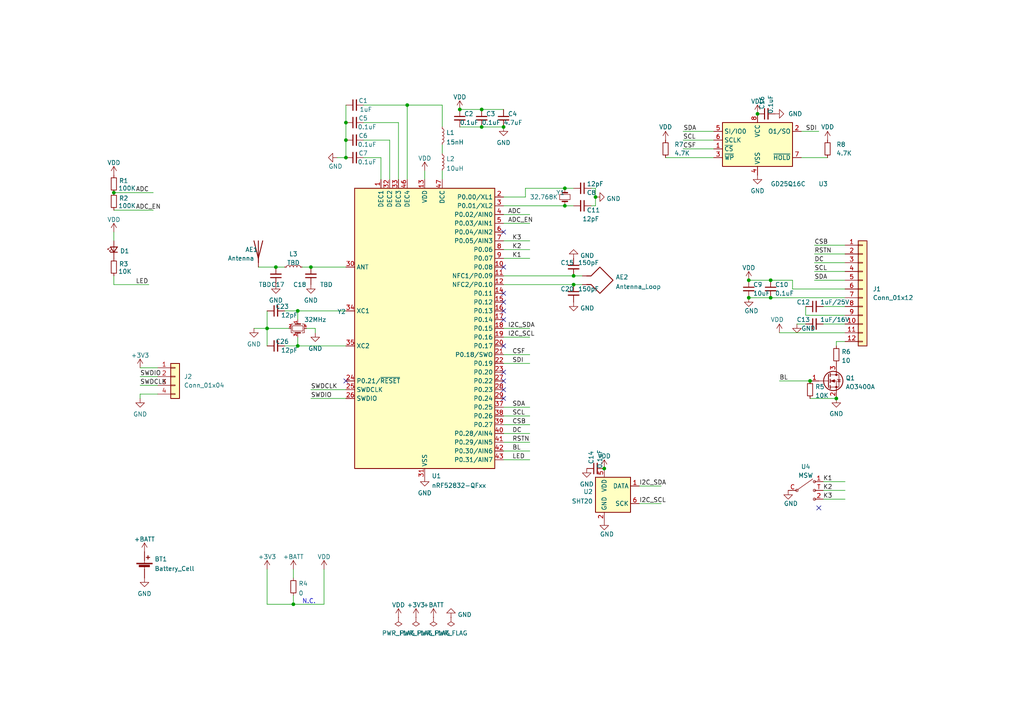
<source format=kicad_sch>
(kicad_sch (version 20211123) (generator eeschema)
  (paper "A4")
  (lib_symbols
    (symbol "Connector_Generic:Conn_01x04" (pin_names (offset 1.016) hide)
      (property "Reference" "J" (at 0 5.08 0))
      (property "Value" "Conn_01x04" (at 0 -7.62 0))
      (symbol "Conn_01x04_1_1"
        (rectangle (start -1.27 -4.953) (end 0 -5.207) (stroke (width 0.1524)))
        (rectangle (start -1.27 -2.413) (end 0 -2.667) (stroke (width 0.1524)))
        (rectangle (start -1.27 0.127) (end 0 -0.127) (stroke (width 0.1524)))
        (rectangle (start -1.27 2.667) (end 0 2.413) (stroke (width 0.1524)))
        (rectangle (start -1.27 3.81) (end 1.27 -6.35) (stroke (width 0.254)) (fill (type background)))
        (pin passive line (at -5.08 2.54 0) (length 3.81) (name "Pin_1") (number "1"))
        (pin passive line (at -5.08 0 0) (length 3.81) (name "Pin_2") (number "2"))
        (pin passive line (at -5.08 -2.54 0) (length 3.81) (name "Pin_3") (number "3"))
        (pin passive line (at -5.08 -5.08 0) (length 3.81) (name "Pin_4") (number "4"))
      )
    )
    (symbol "Connector_Generic:Conn_01x12" (pin_names (offset 1.016) hide)
      (property "Reference" "J" (at 0 15.24 0))
      (property "Value" "Conn_01x12" (at 0 -17.78 0))
      (symbol "Conn_01x12_1_1"
        (rectangle (start -1.27 -15.113) (end 0 -15.367) (stroke (width 0.1524)))
        (rectangle (start -1.27 -12.573) (end 0 -12.827) (stroke (width 0.1524)))
        (rectangle (start -1.27 -10.033) (end 0 -10.287) (stroke (width 0.1524)))
        (rectangle (start -1.27 -7.493) (end 0 -7.747) (stroke (width 0.1524)))
        (rectangle (start -1.27 -4.953) (end 0 -5.207) (stroke (width 0.1524)))
        (rectangle (start -1.27 -2.413) (end 0 -2.667) (stroke (width 0.1524)))
        (rectangle (start -1.27 0.127) (end 0 -0.127) (stroke (width 0.1524)))
        (rectangle (start -1.27 2.667) (end 0 2.413) (stroke (width 0.1524)))
        (rectangle (start -1.27 5.207) (end 0 4.953) (stroke (width 0.1524)))
        (rectangle (start -1.27 7.747) (end 0 7.493) (stroke (width 0.1524)))
        (rectangle (start -1.27 10.287) (end 0 10.033) (stroke (width 0.1524)))
        (rectangle (start -1.27 12.827) (end 0 12.573) (stroke (width 0.1524)))
        (rectangle (start -1.27 13.97) (end 1.27 -16.51) (stroke (width 0.254)) (fill (type background)))
        (pin passive line (at -5.08 12.7 0) (length 3.81) (name "Pin_1") (number "1"))
        (pin passive line (at -5.08 -10.16 0) (length 3.81) (name "Pin_10") (number "10"))
        (pin passive line (at -5.08 -12.7 0) (length 3.81) (name "Pin_11") (number "11"))
        (pin passive line (at -5.08 -15.24 0) (length 3.81) (name "Pin_12") (number "12"))
        (pin passive line (at -5.08 10.16 0) (length 3.81) (name "Pin_2") (number "2"))
        (pin passive line (at -5.08 7.62 0) (length 3.81) (name "Pin_3") (number "3"))
        (pin passive line (at -5.08 5.08 0) (length 3.81) (name "Pin_4") (number "4"))
        (pin passive line (at -5.08 2.54 0) (length 3.81) (name "Pin_5") (number "5"))
        (pin passive line (at -5.08 0 0) (length 3.81) (name "Pin_6") (number "6"))
        (pin passive line (at -5.08 -2.54 0) (length 3.81) (name "Pin_7") (number "7"))
        (pin passive line (at -5.08 -5.08 0) (length 3.81) (name "Pin_8") (number "8"))
        (pin passive line (at -5.08 -7.62 0) (length 3.81) (name "Pin_9") (number "9"))
      )
    )
    (symbol "Device:Antenna" (pin_numbers hide) (pin_names (offset 1.016) hide)
      (property "Reference" "AE" (at -1.905 1.905 0))
      (property "Value" "Antenna" (at -1.905 0 0))
      (symbol "Antenna_0_1"
        (polyline (pts (xy 0 2.54) (xy 0 -3.81)) (stroke (width 0.254)))
        (polyline (pts (xy 1.27 2.54) (xy 0 -2.54) (xy -1.27 2.54)) (stroke (width 0.254)))
      )
      (symbol "Antenna_1_1"
        (pin input line (at 0 -5.08 90) (length 2.54) (name "A") (number "1"))
      )
    )
    (symbol "Device:Antenna_Loop" (pin_numbers hide) (pin_names (offset 1.016) hide)
      (property "Reference" "AE" (at 1.27 6.35 0))
      (property "Value" "Antenna_Loop" (at 1.27 5.08 0))
      (symbol "Antenna_Loop_0_1"
        (polyline (pts (xy 2.54 -3.81) (xy 2.54 -2.54) (xy 5.08 0) (xy 1.27 3.81) (xy -2.54 0) (xy 0 -2.54) (xy 0 -3.81)) (stroke (width 0.254)))
      )
      (symbol "Antenna_Loop_1_1"
        (pin input line (at 0 -5.08 90) (length 2.54) (name "~") (number "1"))
        (pin input line (at 2.54 -5.08 90) (length 2.54) (name "~") (number "2"))
      )
    )
    (symbol "Device:Battery_Cell" (pin_numbers hide) (pin_names (offset 0) hide)
      (property "Reference" "BT" (at 2.54 2.54 0))
      (property "Value" "Battery_Cell" (at 2.54 0 0))
      (symbol "Battery_Cell_0_1"
        (rectangle (start -2.286 1.778) (end 2.286 1.524) (fill (type outline)))
        (rectangle (start -1.5748 1.1938) (end 1.4732 0.6858) (fill (type outline)))
        (polyline (pts (xy 0 0.762) (xy 0 0)))
        (polyline (pts (xy 0 1.778) (xy 0 2.54)))
        (polyline (pts (xy 0.508 3.429) (xy 1.524 3.429)) (stroke (width 0.254)))
        (polyline (pts (xy 1.016 3.937) (xy 1.016 2.921)) (stroke (width 0.254)))
      )
      (symbol "Battery_Cell_1_1"
        (pin passive line (at 0 5.08 270) (length 2.54) (name "+") (number "1"))
        (pin passive line (at 0 -2.54 90) (length 2.54) (name "-") (number "2"))
      )
    )
    (symbol "Device:C_Small" (pin_numbers hide) (pin_names (offset 0.254) hide)
      (property "Reference" "C" (at 0.254 1.778 0))
      (property "Value" "C_Small" (at 0.254 -2.032 0))
      (symbol "C_Small_0_1"
        (polyline (pts (xy -1.524 -0.508) (xy 1.524 -0.508)) (stroke (width 0.3302)))
        (polyline (pts (xy -1.524 0.508) (xy 1.524 0.508)) (stroke (width 0.3048)))
      )
      (symbol "C_Small_1_1"
        (pin passive line (at 0 2.54 270) (length 2.032) (name "~") (number "1"))
        (pin passive line (at 0 -2.54 90) (length 2.032) (name "~") (number "2"))
      )
    )
    (symbol "Device:Crystal_GND24_Small" (pin_names (offset 1.016) hide)
      (property "Reference" "Y" (at 1.27 4.445 0))
      (property "Value" "Crystal_GND24_Small" (at 1.27 2.54 0))
      (symbol "Crystal_GND24_Small_0_1"
        (rectangle (start -0.762 -1.524) (end 0.762 1.524))
        (polyline (pts (xy -1.27 -0.762) (xy -1.27 0.762)) (stroke (width 0.381)))
        (polyline (pts (xy 1.27 -0.762) (xy 1.27 0.762)) (stroke (width 0.381)))
        (polyline (pts (xy -1.27 -1.27) (xy -1.27 -1.905) (xy 1.27 -1.905) (xy 1.27 -1.27)))
        (polyline (pts (xy -1.27 1.27) (xy -1.27 1.905) (xy 1.27 1.905) (xy 1.27 1.27)))
      )
      (symbol "Crystal_GND24_Small_1_1"
        (pin passive line (at -2.54 0 0) (length 1.27) (name "1") (number "1"))
        (pin passive line (at 0 -2.54 90) (length 0.635) (name "2") (number "2"))
        (pin passive line (at 2.54 0 180) (length 1.27) (name "3") (number "3"))
        (pin passive line (at 0 2.54 270) (length 0.635) (name "4") (number "4"))
      )
    )
    (symbol "Device:Crystal_Small" (pin_numbers hide) (pin_names (offset 1.016) hide)
      (property "Reference" "Y" (at 0 2.54 0))
      (property "Value" "Crystal_Small" (at 0 -2.54 0))
      (symbol "Crystal_Small_0_1"
        (rectangle (start -0.762 -1.524) (end 0.762 1.524))
        (polyline (pts (xy -1.27 -0.762) (xy -1.27 0.762)) (stroke (width 0.381)))
        (polyline (pts (xy 1.27 -0.762) (xy 1.27 0.762)) (stroke (width 0.381)))
      )
      (symbol "Crystal_Small_1_1"
        (pin passive line (at -2.54 0 0) (length 1.27) (name "1") (number "1"))
        (pin passive line (at 2.54 0 180) (length 1.27) (name "2") (number "2"))
      )
    )
    (symbol "Device:LED_Small" (pin_numbers hide) (pin_names (offset 0.254) hide)
      (property "Reference" "D" (at -1.27 3.175 0))
      (property "Value" "LED_Small" (at -4.445 -2.54 0))
      (symbol "LED_Small_0_1"
        (polyline (pts (xy -0.762 -1.016) (xy -0.762 1.016)) (stroke (width 0.254)))
        (polyline (pts (xy 1.016 0) (xy -0.762 0)))
        (polyline (pts (xy 0.762 -1.016) (xy -0.762 0) (xy 0.762 1.016) (xy 0.762 -1.016)) (stroke (width 0.254)))
        (polyline (pts (xy 0 0.762) (xy -0.508 1.27) (xy -0.254 1.27) (xy -0.508 1.27) (xy -0.508 1.016)))
        (polyline (pts (xy 0.508 1.27) (xy 0 1.778) (xy 0.254 1.778) (xy 0 1.778) (xy 0 1.524)))
      )
      (symbol "LED_Small_1_1"
        (pin passive line (at -2.54 0 0) (length 1.778) (name "K") (number "1"))
        (pin passive line (at 2.54 0 180) (length 1.778) (name "A") (number "2"))
      )
    )
    (symbol "Device:L_Small" (pin_numbers hide) (pin_names (offset 0.254) hide)
      (property "Reference" "L" (at 0.762 1.016 0))
      (property "Value" "L_Small" (at 0.762 -1.016 0))
      (symbol "L_Small_0_1"
        (arc (start 0 -2.032) (mid 0.508 -1.524) (end 0 -1.016))
        (arc (start 0 -1.016) (mid 0.508 -0.508) (end 0 0))
        (arc (start 0 0) (mid 0.508 0.508) (end 0 1.016))
        (arc (start 0 1.016) (mid 0.508 1.524) (end 0 2.032))
      )
      (symbol "L_Small_1_1"
        (pin passive line (at 0 2.54 270) (length 0.508) (name "~") (number "1"))
        (pin passive line (at 0 -2.54 90) (length 0.508) (name "~") (number "2"))
      )
    )
    (symbol "Device:R_Small" (pin_numbers hide) (pin_names (offset 0.254) hide)
      (property "Reference" "R" (at 0.762 0.508 0))
      (property "Value" "R_Small" (at 0.762 -1.016 0))
      (symbol "R_Small_0_1"
        (rectangle (start -0.762 1.778) (end 0.762 -1.778) (stroke (width 0.2032)))
      )
      (symbol "R_Small_1_1"
        (pin passive line (at 0 2.54 270) (length 0.762) (name "~") (number "1"))
        (pin passive line (at 0 -2.54 90) (length 0.762) (name "~") (number "2"))
      )
    )
    (symbol "MCU_Nordic:nRF52832-QFxx"
      (property "Reference" "U" (at 0 1.27 0))
      (property "Value" "nRF52832-QFxx" (at 0 -1.27 0))
      (symbol "nRF52832-QFxx_0_1"
        (rectangle (start -20.32 40.64) (end 20.32 -40.64) (stroke (width 0.254)) (fill (type background)))
      )
      (symbol "nRF52832-QFxx_1_1"
        (pin passive line (at -12.7 43.18 270) (length 2.54) (name "DEC1") (number "1"))
        (pin bidirectional line (at 22.86 17.78 180) (length 2.54) (name "P0.08") (number "10"))
        (pin bidirectional line (at 22.86 15.24 180) (length 2.54) (name "NFC1/P0.09") (number "11"))
        (pin bidirectional line (at 22.86 12.7 180) (length 2.54) (name "NFC2/P0.10") (number "12"))
        (pin power_in line (at 0 43.18 270) (length 2.54) (name "VDD") (number "13"))
        (pin bidirectional line (at 22.86 10.16 180) (length 2.54) (name "P0.11") (number "14"))
        (pin bidirectional line (at 22.86 7.62 180) (length 2.54) (name "P0.12") (number "15"))
        (pin bidirectional line (at 22.86 5.08 180) (length 2.54) (name "P0.13") (number "16"))
        (pin bidirectional line (at 22.86 2.54 180) (length 2.54) (name "P0.14") (number "17"))
        (pin bidirectional line (at 22.86 0 180) (length 2.54) (name "P0.15") (number "18"))
        (pin bidirectional line (at 22.86 -2.54 180) (length 2.54) (name "P0.16") (number "19"))
        (pin bidirectional line (at 22.86 38.1 180) (length 2.54) (name "P0.00/XL1") (number "2"))
        (pin bidirectional line (at 22.86 -5.08 180) (length 2.54) (name "P0.17") (number "20"))
        (pin bidirectional line (at 22.86 -7.62 180) (length 2.54) (name "P0.18/SWO") (number "21"))
        (pin bidirectional line (at 22.86 -10.16 180) (length 2.54) (name "P0.19") (number "22"))
        (pin bidirectional line (at 22.86 -12.7 180) (length 2.54) (name "P0.20") (number "23"))
        (pin bidirectional line (at -22.86 -15.24 0) (length 2.54) (name "P0.21/~{RESET}") (number "24"))
        (pin input line (at -22.86 -17.78 0) (length 2.54) (name "SWDCLK") (number "25"))
        (pin bidirectional line (at -22.86 -20.32 0) (length 2.54) (name "SWDIO") (number "26"))
        (pin bidirectional line (at 22.86 -15.24 180) (length 2.54) (name "P0.22") (number "27"))
        (pin bidirectional line (at 22.86 -17.78 180) (length 2.54) (name "P0.23") (number "28"))
        (pin bidirectional line (at 22.86 -20.32 180) (length 2.54) (name "P0.24") (number "29"))
        (pin bidirectional line (at 22.86 35.56 180) (length 2.54) (name "P0.01/XL2") (number "3"))
        (pin passive line (at -22.86 17.78 0) (length 2.54) (name "ANT") (number "30"))
        (pin power_in line (at 0 -43.18 90) (length 2.54) (name "VSS") (number "31"))
        (pin passive line (at -10.16 43.18 270) (length 2.54) (name "DEC2") (number "32"))
        (pin passive line (at -7.62 43.18 270) (length 2.54) (name "DEC3") (number "33"))
        (pin input line (at -22.86 5.08 0) (length 2.54) (name "XC1") (number "34"))
        (pin input line (at -22.86 -5.08 0) (length 2.54) (name "XC2") (number "35"))
        (pin passive line (at 0 43.18 270) (length 2.54) hide (name "VDD") (number "36"))
        (pin bidirectional line (at 22.86 -22.86 180) (length 2.54) (name "P0.25") (number "37"))
        (pin bidirectional line (at 22.86 -25.4 180) (length 2.54) (name "P0.26") (number "38"))
        (pin bidirectional line (at 22.86 -27.94 180) (length 2.54) (name "P0.27") (number "39"))
        (pin bidirectional line (at 22.86 33.02 180) (length 2.54) (name "P0.02/AIN0") (number "4"))
        (pin bidirectional line (at 22.86 -30.48 180) (length 2.54) (name "P0.28/AIN4") (number "40"))
        (pin bidirectional line (at 22.86 -33.02 180) (length 2.54) (name "P0.29/AIN5") (number "41"))
        (pin bidirectional line (at 22.86 -35.56 180) (length 2.54) (name "P0.30/AIN6") (number "42"))
        (pin bidirectional line (at 22.86 -38.1 180) (length 2.54) (name "P0.31/AIN7") (number "43"))
        (pin no_connect line (at -20.32 -30.48 0) (length 2.54) hide (name "NC") (number "44"))
        (pin passive line (at 0 -43.18 90) (length 2.54) hide (name "VSS") (number "45"))
        (pin passive line (at -5.08 43.18 270) (length 2.54) (name "DEC4") (number "46"))
        (pin power_out line (at 5.08 43.18 270) (length 2.54) (name "DCC") (number "47"))
        (pin passive line (at 0 43.18 270) (length 2.54) hide (name "VDD") (number "48"))
        (pin passive line (at 0 -43.18 90) (length 2.54) hide (name "VSS") (number "49"))
        (pin bidirectional line (at 22.86 30.48 180) (length 2.54) (name "P0.03/AIN1") (number "5"))
        (pin bidirectional line (at 22.86 27.94 180) (length 2.54) (name "P0.04/AIN2") (number "6"))
        (pin bidirectional line (at 22.86 25.4 180) (length 2.54) (name "P0.05/AIN3") (number "7"))
        (pin bidirectional line (at 22.86 22.86 180) (length 2.54) (name "P0.06") (number "8"))
        (pin bidirectional line (at 22.86 20.32 180) (length 2.54) (name "P0.07") (number "9"))
      )
    )
    (symbol "Mylib:GD25Dxx"
      (property "Reference" "U3" (at 19.05 -10.16 0))
      (property "Value" "GD25Dxx" (at 8.89 -10.16 0))
      (symbol "GD25Dxx_1_1"
        (rectangle (start -10.16 7.62) (end 10.16 -5.08) (stroke (width 0.254)) (fill (type background)))
        (pin input line (at -12.7 0 0) (length 2.54) (name "~{CS}") (number "1"))
        (pin output line (at 12.7 5.08 180) (length 2.54) (name "O1/SO") (number "2"))
        (pin input line (at -12.7 -2.54 0) (length 2.54) (name "~{WP}") (number "3"))
        (pin power_in line (at 0 -7.62 90) (length 2.54) (name "VSS") (number "4"))
        (pin bidirectional line (at -12.7 5.08 0) (length 2.54) (name "SI/IO0") (number "5"))
        (pin input line (at -12.7 2.54 0) (length 2.54) (name "SCLK") (number "6"))
        (pin input line (at 12.7 -2.54 180) (length 2.54) (name "~{HOLD}") (number "7"))
        (pin power_in line (at 0 10.16 270) (length 2.54) (name "VCC") (number "8"))
      )
    )
    (symbol "Mylib:MSW" (pin_names (offset 1.016))
      (property "Reference" "U" (at -2.54 -5.08 0))
      (property "Value" "MSW" (at 1.27 -5.08 0))
      (symbol "MSW_0_1"
        (circle (center -1.27 1.27) (radius 0.3556))
        (polyline (pts (xy -1.016 1.524) (xy 3.302 4.572)))
        (circle (center 3.81 -1.27) (radius 0.3556))
        (circle (center 3.81 1.27) (radius 0.3556))
        (circle (center 3.81 3.81) (radius 0.3556))
      )
      (symbol "MSW_1_1"
        (pin output line (at 6.35 3.81 180) (length 2.54) (name "~") (number "1"))
        (pin output line (at 6.35 -1.27 180) (length 2.54) (name "~") (number "2"))
        (pin passive line (at 5.08 -3.81 180) (length 2.54) hide (name "~") (number "5"))
        (pin passive line (at 5.08 -3.81 180) (length 2.54) hide (name "~") (number "6"))
        (pin passive line (at 5.08 -3.81 180) (length 2.54) hide (name "~") (number "7"))
        (pin passive line (at 5.08 -3.81 180) (length 2.54) hide (name "~") (number "8"))
        (pin input line (at -3.81 1.27 0) (length 2.54) (name "~") (number "C"))
        (pin output line (at 6.35 1.27 180) (length 2.54) (name "~") (number "T"))
      )
    )
    (symbol "Mylib:SHT20"
      (property "Reference" "U" (at 3.81 6.35 0))
      (property "Value" "SHT20" (at 2.54 -6.35 0))
      (symbol "SHT20_0_1"
        (rectangle (start -5.08 5.08) (end 5.08 -5.08) (stroke (width 0.254)) (fill (type background)))
      )
      (symbol "SHT20_1_1"
        (pin bidirectional line (at 7.62 2.54 180) (length 2.54) (name "DATA") (number "1"))
        (pin power_in line (at -2.54 -7.62 90) (length 2.54) (name "GND") (number "2"))
        (pin no_connect line (at -7.62 0 0) (length 2.54) hide (name "NC") (number "3"))
        (pin no_connect line (at -7.62 0 0) (length 2.54) hide (name "NC") (number "4"))
        (pin power_in line (at -2.54 7.62 270) (length 2.54) (name "VDD") (number "5"))
        (pin bidirectional line (at 7.62 -2.54 180) (length 2.54) (name "SCK") (number "6"))
      )
    )
    (symbol "Transistor_FET:AO3400A" (pin_names hide)
      (property "Reference" "Q" (at 5.08 1.905 0))
      (property "Value" "AO3400A" (at 5.08 0 0))
      (symbol "AO3400A_0_1"
        (polyline (pts (xy 0.254 0) (xy -2.54 0)))
        (polyline (pts (xy 0.254 1.905) (xy 0.254 -1.905)) (stroke (width 0.254)))
        (polyline (pts (xy 0.762 -1.27) (xy 0.762 -2.286)) (stroke (width 0.254)))
        (polyline (pts (xy 0.762 0.508) (xy 0.762 -0.508)) (stroke (width 0.254)))
        (polyline (pts (xy 0.762 2.286) (xy 0.762 1.27)) (stroke (width 0.254)))
        (polyline (pts (xy 2.54 2.54) (xy 2.54 1.778)))
        (polyline (pts (xy 2.54 -2.54) (xy 2.54 0) (xy 0.762 0)))
        (polyline (pts (xy 0.762 -1.778) (xy 3.302 -1.778) (xy 3.302 1.778) (xy 0.762 1.778)))
        (polyline (pts (xy 1.016 0) (xy 2.032 0.381) (xy 2.032 -0.381) (xy 1.016 0)) (fill (type outline)))
        (polyline (pts (xy 2.794 0.508) (xy 2.921 0.381) (xy 3.683 0.381) (xy 3.81 0.254)))
        (polyline (pts (xy 3.302 0.381) (xy 2.921 -0.254) (xy 3.683 -0.254) (xy 3.302 0.381)))
        (circle (center 1.651 0) (radius 2.794) (stroke (width 0.254)))
        (circle (center 2.54 -1.778) (radius 0.254) (fill (type outline)))
        (circle (center 2.54 1.778) (radius 0.254) (fill (type outline)))
      )
      (symbol "AO3400A_1_1"
        (pin input line (at -5.08 0 0) (length 2.54) (name "G") (number "1"))
        (pin passive line (at 2.54 -5.08 90) (length 2.54) (name "S") (number "2"))
        (pin passive line (at 2.54 5.08 270) (length 2.54) (name "D") (number "3"))
      )
    )
    (symbol "power:+3.3V" (power) (pin_names (offset 0))
      (property "Value" "+3.3V" (at 0 3.556 0))
      (symbol "+3.3V_0_1"
        (polyline (pts (xy -0.762 1.27) (xy 0 2.54)))
        (polyline (pts (xy 0 0) (xy 0 2.54)))
        (polyline (pts (xy 0 2.54) (xy 0.762 1.27)))
      )
      (symbol "+3.3V_1_1"
        (pin power_in line (at 0 0 90) (length 0) hide (name "+3V3") (number "1"))
      )
    )
    (symbol "power:+BATT" (power) (pin_names (offset 0))
      (property "Value" "+BATT" (at 0 3.556 0))
      (symbol "+BATT_0_1"
        (polyline (pts (xy -0.762 1.27) (xy 0 2.54)))
        (polyline (pts (xy 0 0) (xy 0 2.54)))
        (polyline (pts (xy 0 2.54) (xy 0.762 1.27)))
      )
      (symbol "+BATT_1_1"
        (pin power_in line (at 0 0 90) (length 0) hide (name "+BATT") (number "1"))
      )
    )
    (symbol "power:GND" (power) (pin_names (offset 0))
      (property "Value" "GND" (at 0 -3.81 0))
      (symbol "GND_0_1"
        (polyline (pts (xy 0 0) (xy 0 -1.27) (xy 1.27 -1.27) (xy 0 -2.54) (xy -1.27 -1.27) (xy 0 -1.27)))
      )
      (symbol "GND_1_1"
        (pin power_in line (at 0 0 270) (length 0) hide (name "GND") (number "1"))
      )
    )
    (symbol "power:PWR_FLAG" (power) (pin_numbers hide) (pin_names (offset 0) hide)
      (property "Value" "PWR_FLAG" (at 0 3.81 0))
      (symbol "PWR_FLAG_0_0"
        (pin power_out line (at 0 0 90) (length 0) (name "pwr") (number "1"))
      )
      (symbol "PWR_FLAG_0_1"
        (polyline (pts (xy 0 0) (xy 0 1.27) (xy -1.016 1.905) (xy 0 2.54) (xy 1.016 1.905) (xy 0 1.27)))
      )
    )
    (symbol "power:VDD" (power) (pin_names (offset 0))
      (property "Value" "VDD" (at 0 3.81 0))
      (symbol "VDD_0_1"
        (polyline (pts (xy -0.762 1.27) (xy 0 2.54)))
        (polyline (pts (xy 0 0) (xy 0 2.54)))
        (polyline (pts (xy 0 2.54) (xy 0.762 1.27)))
      )
      (symbol "VDD_1_1"
        (pin power_in line (at 0 0 90) (length 0) hide (name "VDD") (number "1"))
      )
    )
  )
  (junction (at 146.05 36.83))
  (junction (at 166.37 80.01))
  (junction (at 85.09 175.26))
  (junction (at 86.36 100.33))
  (junction (at 139.7 36.83))
  (junction (at 100.33 35.56))
  (junction (at 139.7 31.75))
  (junction (at 166.37 82.55))
  (junction (at 100.33 40.64))
  (junction (at 163.83 59.69))
  (junction (at 163.83 54.61))
  (junction (at 217.17 86.36))
  (junction (at 90.17 77.47))
  (junction (at 172.72 57.15))
  (junction (at 223.52 86.36))
  (junction (at 86.36 90.17))
  (junction (at 234.95 110.49))
  (junction (at 133.35 31.75))
  (junction (at 118.11 30.48))
  (junction (at 80.01 77.47))
  (junction (at 217.17 81.28))
  (junction (at 223.52 81.28))
  (junction (at 219.71 33.02))
  (junction (at 100.33 45.72))
  (junction (at 242.57 115.57))
  (junction (at 175.26 135.89))
  (junction (at 77.47 95.25))
  (junction (at 33.02 55.88))
  (no_connect (at 146.05 100.33))
  (no_connect (at 146.05 115.57))
  (no_connect (at 237.49 147.32))
  (no_connect (at 146.05 67.31))
  (no_connect (at 146.05 77.47))
  (no_connect (at 146.05 85.09))
  (no_connect (at 146.05 107.95))
  (no_connect (at 146.05 113.03))
  (no_connect (at 146.05 87.63))
  (no_connect (at 146.05 90.17))
  (no_connect (at 146.05 92.71))
  (no_connect (at 146.05 110.49))
  (no_connect (at 100.33 110.49))
  (wire (pts (xy 233.68 93.98) (xy 231.14 93.98)))
  (wire (pts (xy 105.41 30.48) (xy 118.11 30.48)))
  (wire (pts (xy 139.7 31.75) (xy 146.05 31.75)))
  (wire (pts (xy 118.11 52.07) (xy 118.11 30.48)))
  (wire (pts (xy 85.09 165.1) (xy 85.09 167.64)))
  (wire (pts (xy 40.64 106.68) (xy 45.72 106.68)))
  (wire (pts (xy 133.35 31.75) (xy 139.7 31.75)))
  (wire (pts (xy 91.44 95.25) (xy 91.44 96.52)))
  (wire (pts (xy 238.76 144.78) (xy 245.11 144.78)))
  (wire (pts (xy 40.64 114.3) (xy 40.64 115.57)))
  (wire (pts (xy 217.17 86.36) (xy 223.52 86.36)))
  (wire (pts (xy 236.22 81.28) (xy 245.11 81.28)))
  (wire (pts (xy 193.04 45.72) (xy 207.01 45.72)))
  (wire (pts (xy 88.9 95.25) (xy 91.44 95.25)))
  (wire (pts (xy 33.02 55.88) (xy 44.45 55.88)))
  (wire (pts (xy 152.4 57.15) (xy 146.05 57.15)))
  (wire (pts (xy 146.05 133.35) (xy 153.67 133.35)))
  (wire (pts (xy 217.17 81.28) (xy 223.52 81.28)))
  (wire (pts (xy 33.02 67.31) (xy 33.02 69.85)))
  (wire (pts (xy 100.33 40.64) (xy 100.33 45.72)))
  (wire (pts (xy 77.47 175.26) (xy 85.09 175.26)))
  (wire (pts (xy 146.05 72.39) (xy 153.67 72.39)))
  (wire (pts (xy 146.05 130.81) (xy 153.67 130.81)))
  (wire (pts (xy 77.47 95.25) (xy 77.47 100.33)))
  (wire (pts (xy 40.64 114.3) (xy 45.72 114.3)))
  (wire (pts (xy 128.27 49.53) (xy 128.27 52.07)))
  (wire (pts (xy 238.76 142.24) (xy 245.11 142.24)))
  (wire (pts (xy 40.64 109.22) (xy 45.72 109.22)))
  (wire (pts (xy 110.49 52.07) (xy 110.49 45.72)))
  (wire (pts (xy 77.47 90.17) (xy 77.47 95.25)))
  (wire (pts (xy 77.47 165.1) (xy 77.47 175.26)))
  (wire (pts (xy 172.72 54.61) (xy 172.72 57.15)))
  (wire (pts (xy 234.95 115.57) (xy 242.57 115.57)))
  (wire (pts (xy 146.05 82.55) (xy 166.37 82.55)))
  (wire (pts (xy 139.7 36.83) (xy 133.35 36.83)))
  (wire (pts (xy 198.12 40.64) (xy 207.01 40.64)))
  (wire (pts (xy 73.66 95.25) (xy 77.47 95.25)))
  (wire (pts (xy 146.05 128.27) (xy 153.67 128.27)))
  (wire (pts (xy 33.02 60.96) (xy 44.45 60.96)))
  (wire (pts (xy 163.83 59.69) (xy 166.37 59.69)))
  (wire (pts (xy 146.05 62.23) (xy 153.67 62.23)))
  (wire (pts (xy 232.41 45.72) (xy 240.03 45.72)))
  (wire (pts (xy 146.05 97.79) (xy 153.67 97.79)))
  (wire (pts (xy 172.72 57.15) (xy 172.72 59.69)))
  (wire (pts (xy 236.22 76.2) (xy 245.11 76.2)))
  (wire (pts (xy 238.76 88.9) (xy 245.11 88.9)))
  (wire (pts (xy 226.06 110.49) (xy 234.95 110.49)))
  (wire (pts (xy 86.36 92.71) (xy 86.36 90.17)))
  (wire (pts (xy 40.64 111.76) (xy 45.72 111.76)))
  (wire (pts (xy 146.05 95.25) (xy 153.67 95.25)))
  (wire (pts (xy 118.11 30.48) (xy 128.27 30.48)))
  (wire (pts (xy 152.4 54.61) (xy 152.4 57.15)))
  (wire (pts (xy 82.55 90.17) (xy 86.36 90.17)))
  (wire (pts (xy 163.83 54.61) (xy 152.4 54.61)))
  (wire (pts (xy 146.05 105.41) (xy 153.67 105.41)))
  (wire (pts (xy 128.27 30.48) (xy 128.27 36.83)))
  (wire (pts (xy 90.17 77.47) (xy 100.33 77.47)))
  (wire (pts (xy 232.41 38.1) (xy 237.49 38.1)))
  (wire (pts (xy 90.17 115.57) (xy 100.33 115.57)))
  (wire (pts (xy 166.37 82.55) (xy 168.91 82.55)))
  (wire (pts (xy 171.45 54.61) (xy 172.72 54.61)))
  (wire (pts (xy 100.33 35.56) (xy 100.33 40.64)))
  (wire (pts (xy 97.79 45.72) (xy 100.33 45.72)))
  (wire (pts (xy 74.93 77.47) (xy 80.01 77.47)))
  (wire (pts (xy 238.76 139.7) (xy 245.11 139.7)))
  (wire (pts (xy 146.05 80.01) (xy 166.37 80.01)))
  (wire (pts (xy 100.33 100.33) (xy 86.36 100.33)))
  (wire (pts (xy 85.09 175.26) (xy 93.98 175.26)))
  (wire (pts (xy 146.05 123.19) (xy 153.67 123.19)))
  (wire (pts (xy 242.57 99.06) (xy 245.11 99.06)))
  (wire (pts (xy 223.52 81.28) (xy 229.87 81.28)))
  (wire (pts (xy 86.36 90.17) (xy 100.33 90.17)))
  (wire (pts (xy 163.83 54.61) (xy 166.37 54.61)))
  (wire (pts (xy 33.02 82.55) (xy 43.18 82.55)))
  (wire (pts (xy 198.12 43.18) (xy 207.01 43.18)))
  (wire (pts (xy 185.42 140.97) (xy 191.77 140.97)))
  (wire (pts (xy 233.68 88.9) (xy 233.68 91.44)))
  (wire (pts (xy 236.22 78.74) (xy 245.11 78.74)))
  (wire (pts (xy 146.05 118.11) (xy 153.67 118.11)))
  (wire (pts (xy 100.33 30.48) (xy 100.33 35.56)))
  (wire (pts (xy 146.05 69.85) (xy 153.67 69.85)))
  (wire (pts (xy 115.57 35.56) (xy 115.57 52.07)))
  (wire (pts (xy 105.41 45.72) (xy 110.49 45.72)))
  (wire (pts (xy 146.05 59.69) (xy 163.83 59.69)))
  (wire (pts (xy 105.41 35.56) (xy 115.57 35.56)))
  (wire (pts (xy 146.05 64.77) (xy 153.67 64.77)))
  (wire (pts (xy 146.05 36.83) (xy 139.7 36.83)))
  (wire (pts (xy 93.98 175.26) (xy 93.98 165.1)))
  (wire (pts (xy 128.27 41.91) (xy 128.27 44.45)))
  (wire (pts (xy 146.05 120.65) (xy 153.67 120.65)))
  (wire (pts (xy 166.37 80.01) (xy 168.91 80.01)))
  (wire (pts (xy 236.22 71.12) (xy 245.11 71.12)))
  (wire (pts (xy 77.47 95.25) (xy 83.82 95.25)))
  (wire (pts (xy 146.05 125.73) (xy 153.67 125.73)))
  (wire (pts (xy 229.87 81.28) (xy 229.87 83.82)))
  (wire (pts (xy 198.12 38.1) (xy 207.01 38.1)))
  (wire (pts (xy 172.72 59.69) (xy 171.45 59.69)))
  (wire (pts (xy 185.42 146.05) (xy 191.77 146.05)))
  (wire (pts (xy 90.17 113.03) (xy 100.33 113.03)))
  (wire (pts (xy 242.57 100.33) (xy 242.57 99.06)))
  (wire (pts (xy 236.22 73.66) (xy 245.11 73.66)))
  (wire (pts (xy 86.36 97.79) (xy 86.36 100.33)))
  (wire (pts (xy 85.09 172.72) (xy 85.09 175.26)))
  (wire (pts (xy 226.06 96.52) (xy 245.11 96.52)))
  (wire (pts (xy 113.03 40.64) (xy 105.41 40.64)))
  (wire (pts (xy 223.52 86.36) (xy 245.11 86.36)))
  (wire (pts (xy 245.11 83.82) (xy 229.87 83.82)))
  (wire (pts (xy 82.55 100.33) (xy 86.36 100.33)))
  (wire (pts (xy 238.76 93.98) (xy 245.11 93.98)))
  (wire (pts (xy 233.68 91.44) (xy 245.11 91.44)))
  (wire (pts (xy 123.19 49.53) (xy 123.19 52.07)))
  (wire (pts (xy 80.01 77.47) (xy 82.55 77.47)))
  (wire (pts (xy 113.03 52.07) (xy 113.03 40.64)))
  (wire (pts (xy 146.05 74.93) (xy 153.67 74.93)))
  (wire (pts (xy 33.02 80.01) (xy 33.02 82.55)))
  (wire (pts (xy 146.05 102.87) (xy 153.67 102.87)))
  (wire (pts (xy 87.63 77.47) (xy 90.17 77.47)))
  (text "N.C." (at 87.63 175.26 0) (effects (font (size 1.27 1.27)) (justify left bottom)))
  (label "K3" (at 148.59 69.85 0))
  (label "K1" (at 148.59 74.93 0))
  (label "DC" (at 148.59 125.73 0))
  (label "K2" (at 148.59 72.39 0))
  (label "SDI" (at 233.68 38.1 0))
  (label "SCL" (at 198.12 40.64 0))
  (label "SWDIO" (at 40.64 109.22 0))
  (label "BL" (at 226.06 110.49 0))
  (label "K1" (at 238.76 139.7 0))
  (label "K2" (at 238.76 142.24 0))
  (label "I2C_SCL" (at 147.32 97.79 0))
  (label "SDA" (at 198.2211 38.1 0))
  (label "LED" (at 39.37 82.55 0))
  (label "SWDCLK" (at 40.64 111.76 0))
  (label "I2C_SDA" (at 147.32 95.25 0))
  (label "LED" (at 148.59 133.35 0))
  (label "BL" (at 148.59 130.81 0))
  (label "RSTN" (at 148.59 128.27 0))
  (label "SDA" (at 148.59 118.11 0))
  (label "SWDIO" (at 90.17 115.57 0))
  (label "RSTN" (at 236.22 73.66 0))
  (label "I2C_SDA" (at 185.42 140.97 0))
  (label "SCL" (at 236.22 78.74 0))
  (label "SDA" (at 236.22 81.28 0))
  (label "CSB" (at 236.22 71.12 0))
  (label "DC" (at 236.22 76.2 0))
  (label "CSF" (at 148.59 102.87 0))
  (label "ADC" (at 39.37 55.88 0))
  (label "ADC_EN" (at 147.32 64.77 0))
  (label "I2C_SCL" (at 185.42 146.05 0))
  (label "SCL" (at 148.59 120.65 0))
  (label "CSB" (at 148.59 123.19 0))
  (label "ADC" (at 147.32 62.23 0))
  (label "SWDCLK" (at 90.17 113.03 0))
  (label "ADC_EN" (at 39.37 60.96 0))
  (label "SDI" (at 148.59 105.41 0))
  (label "K3" (at 238.76 144.78 0))
  (label "CSF" (at 198.12 43.18 0))
  (symbol (lib_id "power:VDD") (at 123.19 49.53 0) (unit 1)
    (property "Reference" "#PWR04" (effects hide))
    (property "Value" "VDD" (at 123.19 45.9255 0))
  )
  (symbol (lib_id "Device:C_Small") (at 102.87 45.72 90) (unit 1)
    (property "Reference" "C7" (at 106.68 44.45 90) (effects (justify left)))
    (property "Value" "0.1uF" (at 109.22 46.99 90) (effects (justify left)))
    (property "Footprint" "Capacitor_SMD:C_0402_1005Metric" (effects hide))
  )
  (symbol (lib_id "power:PWR_FLAG") (at 130.81 179.07 180) (unit 1)
    (property "Reference" "#FLG04" (effects hide))
    (property "Value" "PWR_FLAG" (at 130.81 183.6325 0))
  )
  (symbol (lib_id "Device:LED_Small") (at 33.02 72.39 90) (unit 1)
    (property "Reference" "D1" (at 34.798 72.8055 90) (effects (justify right)))
    (property "Value" "LED_Small" (effects hide))
    (property "Footprint" "LED_SMD:LED_0402_1005Metric" (effects hide))
  )
  (symbol (lib_id "Device:C_Small") (at 90.17 80.01 180) (unit 1)
    (property "Reference" "C18" (at 88.9 82.55 0) (effects (justify left)))
    (property "Value" "TBD" (at 96.52 82.55 0) (effects (justify left)))
    (property "Footprint" "Capacitor_SMD:C_0402_1005Metric" (effects hide))
  )
  (symbol (lib_id "Device:L_Small") (at 85.09 77.47 90) (unit 1)
    (property "Reference" "L3" (at 85.09 73.66 90))
    (property "Value" "TBD" (at 85.09 76.2 90))
    (property "Footprint" "Inductor_SMD:L_0402_1005Metric" (effects hide))
  )
  (symbol (lib_id "Device:C_Small") (at 102.87 35.56 90) (unit 1)
    (property "Reference" "C5" (at 106.68 34.29 90) (effects (justify left)))
    (property "Value" "0.1uF" (at 109.22 36.83 90) (effects (justify left)))
    (property "Footprint" "Capacitor_SMD:C_0402_1005Metric" (effects hide))
  )
  (symbol (lib_id "Device:C_Small") (at 236.22 93.98 90) (unit 1)
    (property "Reference" "C13" (at 234.95 92.71 90) (effects (justify left)))
    (property "Value" "1uF/16V" (at 246.38 92.71 90) (effects (justify left)))
    (property "Footprint" "Capacitor_SMD:C_0402_1005Metric" (effects hide))
  )
  (symbol (lib_id "Device:Crystal_GND24_Small") (at 86.36 95.25 270) (unit 1)
    (property "Reference" "Y2" (at 99.0789 90.3943 90))
    (property "Value" "32MHz" (at 91.44 92.71 90))
    (property "Footprint" "Crystal:Crystal_SMD_2016-4Pin_2.0x1.6mm" (effects hide))
  )
  (symbol (lib_id "Device:R_Small") (at 240.03 43.18 180) (unit 1)
    (property "Reference" "R8" (at 242.57 41.9099 0) (effects (justify right)))
    (property "Value" "4.7K" (at 242.57 44.4499 0) (effects (justify right)))
    (property "Footprint" "Resistor_SMD:R_0402_1005Metric" (effects hide))
  )
  (symbol (lib_id "power:GND") (at 130.81 179.07 180) (unit 1)
    (property "Reference" "#PWR040" (effects hide))
    (property "Value" "GND" (at 132.715 178.279 0) (effects (justify right)))
  )
  (symbol (lib_id "Transistor_FET:AO3400A") (at 240.03 110.49 0) (unit 1)
    (property "Reference" "Q1" (at 245.237 109.6553 0) (effects (justify left)))
    (property "Value" "AO3400A" (at 245.237 112.1922 0) (effects (justify left)))
    (property "Footprint" "Package_TO_SOT_SMD:SOT-23" (effects hide))
    (property "Datasheet" "http://www.aosmd.com/pdfs/datasheet/AO3400A.pdf" (effects hide))
  )
  (symbol (lib_id "Device:C_Small") (at 222.25 33.02 90) (unit 1)
    (property "Reference" "C16" (at 220.98 31.75 0) (effects (justify left)))
    (property "Value" "0.1uF" (at 223.52 33.02 0) (effects (justify left)))
    (property "Footprint" "Capacitor_SMD:C_0402_1005Metric" (effects hide))
  )
  (symbol (lib_id "Device:Battery_Cell") (at 41.91 165.1 0) (unit 1)
    (property "Reference" "BT1" (at 44.831 162.1595 0) (effects (justify left)))
    (property "Value" "Battery_Cell" (at 44.831 164.9346 0) (effects (justify left)))
    (property "Footprint" "MyLib:BAT-SMD_CR2032-3V" (effects hide))
  )
  (symbol (lib_id "Device:R_Small") (at 33.02 77.47 0) (unit 1)
    (property "Reference" "R3" (at 34.5186 76.5615 0) (effects (justify left)))
    (property "Value" "10K" (at 34.29 78.74 0) (effects (justify left)))
    (property "Footprint" "Resistor_SMD:R_0402_1005Metric" (effects hide))
  )
  (symbol (lib_id "power:+3.3V") (at 120.65 179.07 0) (unit 1)
    (property "Reference" "#PWR038" (effects hide))
    (property "Value" "+3.3V" (at 120.65 175.4655 0))
  )
  (symbol (lib_id "power:VDD") (at 133.35 31.75 0) (unit 1)
    (property "Reference" "#PWR01" (effects hide))
    (property "Value" "VDD" (at 133.35 28.1455 0))
  )
  (symbol (lib_id "Device:C_Small") (at 223.52 83.82 0) (unit 1)
    (property "Reference" "C10" (at 224.79 82.55 0) (effects (justify left)))
    (property "Value" "0.1uF" (at 224.79 85.09 0) (effects (justify left)))
    (property "Footprint" "Capacitor_SMD:C_0402_1005Metric" (effects hide))
  )
  (symbol (lib_id "Device:C_Small") (at 80.01 100.33 90) (unit 1)
    (property "Reference" "C26" (at 83.82 99.06 90) (effects (justify left)))
    (property "Value" "12pF" (at 86.36 101.6 90) (effects (justify left)))
    (property "Footprint" "Capacitor_SMD:C_0402_1005Metric" (effects hide))
  )
  (symbol (lib_id "power:VDD") (at 193.04 40.64 0) (unit 1)
    (property "Reference" "#PWR014" (effects hide))
    (property "Value" "VDD" (at 193.04 36.83 0))
  )
  (symbol (lib_id "Device:C_Small") (at 102.87 30.48 90) (unit 1)
    (property "Reference" "C1" (at 106.68 29.21 90) (effects (justify left)))
    (property "Value" "1uF" (at 107.95 31.75 90) (effects (justify left)))
    (property "Footprint" "Capacitor_SMD:C_0402_1005Metric" (effects hide))
  )
  (symbol (lib_id "Device:C_Small") (at 80.01 80.01 180) (unit 1)
    (property "Reference" "C17" (at 82.55 82.55 0) (effects (justify left)))
    (property "Value" "TBD" (at 78.74 82.55 0) (effects (justify left)))
    (property "Footprint" "Capacitor_SMD:C_0402_1005Metric" (effects hide))
  )
  (symbol (lib_id "Device:Antenna_Loop") (at 173.99 80.01 270) (unit 1)
    (property "Reference" "AE2" (at 178.562 80.3715 90) (effects (justify left)))
    (property "Value" "Antenna_Loop" (at 178.562 83.1466 90) (effects (justify left)))
    (property "Footprint" "MyLib:40x22MM_NFC_ANTENA" (effects hide))
  )
  (symbol (lib_id "Connector_Generic:Conn_01x04") (at 50.8 109.22 0) (unit 1)
    (property "Reference" "J2" (at 53.34 109.2199 0) (effects (justify left)))
    (property "Value" "Conn_01x04" (at 53.34 111.7599 0) (effects (justify left)))
    (property "Footprint" "MyLib:JST_GH_SM04B-GHS-TB_1x04-1MP_P1.25mm_Horizontal" (effects hide))
  )
  (symbol (lib_id "Device:L_Small") (at 128.27 46.99 0) (unit 1)
    (property "Reference" "L2" (at 129.413 46.0815 0) (effects (justify left)))
    (property "Value" "10uH" (at 129.413 48.8566 0) (effects (justify left)))
    (property "Footprint" "Inductor_SMD:L_0603_1608Metric" (effects hide))
  )
  (symbol (lib_id "Device:R_Small") (at 85.09 170.18 0) (unit 1)
    (property "Reference" "R4" (at 86.5886 169.2715 0) (effects (justify left)))
    (property "Value" "0" (at 86.5886 172.0466 0) (effects (justify left)))
    (property "Footprint" "Resistor_SMD:R_0402_1005Metric" (effects hide))
  )
  (symbol (lib_id "power:VDD") (at 115.57 179.07 0) (unit 1)
    (property "Reference" "#PWR037" (effects hide))
    (property "Value" "VDD" (at 115.57 175.4655 0))
  )
  (symbol (lib_id "power:GND") (at 170.18 135.89 0) (unit 1)
    (property "Reference" "#PWR0103" (effects hide))
    (property "Value" "GND" (at 170.18 140.4525 0))
  )
  (symbol (lib_id "power:+3.3V") (at 77.47 165.1 0) (unit 1)
    (property "Reference" "#PWR032" (effects hide))
    (property "Value" "+3.3V" (at 77.47 161.4955 0))
  )
  (symbol (lib_id "Device:R_Small") (at 33.02 53.34 0) (unit 1)
    (property "Reference" "R1" (at 34.5186 52.4315 0) (effects (justify left)))
    (property "Value" "100K" (at 34.29 54.61 0) (effects (justify left)))
    (property "Footprint" "Resistor_SMD:R_0402_1005Metric" (effects hide))
  )
  (symbol (lib_id "Device:C_Small") (at 168.91 54.61 270) (unit 1)
    (property "Reference" "C8" (at 170.18 55.88 90) (effects (justify left)))
    (property "Value" "12pF" (at 170.18 53.34 90) (effects (justify left)))
    (property "Footprint" "Capacitor_SMD:C_0402_1005Metric" (effects hide))
  )
  (symbol (lib_id "power:GND") (at 231.14 93.98 0) (unit 1)
    (property "Reference" "#PWR011" (effects hide))
    (property "Value" "GND" (at 232.41 95.25 0) (effects (justify left)))
  )
  (symbol (lib_id "power:PWR_FLAG") (at 115.57 179.07 180) (unit 1)
    (property "Reference" "#FLG01" (effects hide))
    (property "Value" "PWR_FLAG" (at 115.57 183.6325 0))
  )
  (symbol (lib_id "power:GND") (at 91.44 96.52 0) (unit 1)
    (property "Reference" "#PWR020" (effects hide))
    (property "Value" "GND" (at 91.44 101.0825 0))
  )
  (symbol (lib_id "power:GND") (at 41.91 167.64 0) (unit 1)
    (property "Reference" "#PWR036" (effects hide))
    (property "Value" "GND" (at 41.91 172.2025 0))
  )
  (symbol (lib_id "Device:Antenna") (at 74.93 72.39 0) (unit 1)
    (property "Reference" "AE1" (at 71.12 72.39 0) (effects (justify left)))
    (property "Value" "Antenna" (at 66.04 74.93 0) (effects (justify left)))
    (property "Footprint" "MyLib:AN2051" (effects hide))
  )
  (symbol (lib_id "power:GND") (at 146.05 36.83 0) (unit 1)
    (property "Reference" "#PWR02" (effects hide))
    (property "Value" "GND" (at 146.05 41.3925 0))
  )
  (symbol (lib_id "power:GND") (at 228.6 142.24 0) (unit 1)
    (property "Reference" "#PWR0101" (effects hide))
    (property "Value" "GND" (at 227.33 146.05 0) (effects (justify left)))
  )
  (symbol (lib_id "power:+BATT") (at 85.09 165.1 0) (unit 1)
    (property "Reference" "#PWR033" (effects hide))
    (property "Value" "+BATT" (at 85.09 161.4955 0))
  )
  (symbol (lib_id "Mylib:MSW") (at 232.41 143.51 0) (unit 1)
    (property "Reference" "U4" (at 233.68 135.3652 0))
    (property "Value" "MSW" (at 233.68 137.9021 0))
    (property "Footprint" "MyLib:MSW" (effects hide))
  )
  (symbol (lib_id "Connector_Generic:Conn_01x12") (at 250.19 83.82 0) (unit 1)
    (property "Reference" "J1" (at 253.1364 83.8199 0) (effects (justify left)))
    (property "Value" "Conn_01x12" (at 253.1364 86.3599 0) (effects (justify left)))
    (property "Footprint" "MyLib:FPC_12 0.8mm" (effects hide))
  )
  (symbol (lib_id "Device:R_Small") (at 33.02 58.42 0) (unit 1)
    (property "Reference" "R2" (at 34.5186 57.5115 0) (effects (justify left)))
    (property "Value" "100K" (at 34.29 59.69 0) (effects (justify left)))
    (property "Footprint" "Resistor_SMD:R_0402_1005Metric" (effects hide))
  )
  (symbol (lib_id "Device:C_Small") (at 172.72 135.89 90) (unit 1)
    (property "Reference" "C14" (at 171.45 134.62 0) (effects (justify left)))
    (property "Value" "0.1uF" (at 173.99 135.89 0) (effects (justify left)))
    (property "Footprint" "Capacitor_SMD:C_0402_1005Metric" (effects hide))
  )
  (symbol (lib_id "power:+BATT") (at 125.73 179.07 0) (unit 1)
    (property "Reference" "#PWR039" (effects hide))
    (property "Value" "+BATT" (at 125.73 175.4655 0))
  )
  (symbol (lib_id "power:GND") (at 80.01 82.55 0) (unit 1)
    (property "Reference" "#PWR015" (effects hide))
    (property "Value" "GND" (at 80.01 87.1125 0))
  )
  (symbol (lib_id "power:GND") (at 166.37 74.93 180) (unit 1)
    (property "Reference" "#PWR013" (effects hide))
    (property "Value" "GND" (at 168.275 74.139 0) (effects (justify right)))
  )
  (symbol (lib_id "Device:Crystal_Small") (at 163.83 57.15 90) (unit 1)
    (property "Reference" "Y1" (at 161.29 55.88 90) (effects (justify right)))
    (property "Value" "32.768K" (at 153.67 57.15 90) (effects (justify right)))
    (property "Footprint" "Crystal:Crystal_SMD_2012-2Pin_2.0x1.2mm" (effects hide))
  )
  (symbol (lib_id "Mylib:GD25Dxx") (at 219.71 43.18 0) (unit 1)
    (property "Reference" "U3" (at 238.76 53.34 0))
    (property "Value" "GD25Q16C" (at 228.6 53.34 0))
    (property "Footprint" "MyLib:USON-8_3x2mm_0.5pich" (effects hide))
    (property "Datasheet" "http://www.elm-tech.com/en/products/spi-flash-memory/gd25d10/gd25d10.pdf" (effects hide))
  )
  (symbol (lib_id "power:GND") (at 242.57 115.57 0) (unit 1)
    (property "Reference" "#PWR012" (effects hide))
    (property "Value" "GND" (at 242.57 120.0134 0))
  )
  (symbol (lib_id "Device:R_Small") (at 242.57 102.87 180) (unit 1)
    (property "Reference" "R6" (at 244.0686 102.0353 0) (effects (justify right)))
    (property "Value" "10" (at 244.0686 104.5722 0) (effects (justify right)))
    (property "Footprint" "Resistor_SMD:R_0402_1005Metric" (effects hide))
  )
  (symbol (lib_id "Device:C_Small") (at 236.22 88.9 90) (unit 1)
    (property "Reference" "C12" (at 234.95 87.63 90) (effects (justify left)))
    (property "Value" "1uF/25V" (at 246.38 87.63 90) (effects (justify left)))
    (property "Footprint" "Capacitor_SMD:C_0402_1005Metric" (effects hide))
  )
  (symbol (lib_id "Device:C_Small") (at 139.7 34.29 0) (unit 1)
    (property "Reference" "C3" (at 140.97 33.02 0) (effects (justify left)))
    (property "Value" "0.1uF" (at 139.7 35.56 0) (effects (justify left)))
    (property "Footprint" "Capacitor_SMD:C_0402_1005Metric" (effects hide))
  )
  (symbol (lib_id "power:+3.3V") (at 40.64 106.68 0) (unit 1)
    (property "Reference" "#PWR021" (effects hide))
    (property "Value" "+3.3V" (at 40.64 103.0755 0))
  )
  (symbol (lib_id "Device:C_Small") (at 217.17 83.82 0) (unit 1)
    (property "Reference" "C9" (at 218.44 82.55 0) (effects (justify left)))
    (property "Value" "10uF" (at 218.44 85.09 0) (effects (justify left)))
    (property "Footprint" "Capacitor_SMD:C_0402_1005Metric" (effects hide))
  )
  (symbol (lib_id "power:VDD") (at 219.71 33.02 0) (unit 1)
    (property "Reference" "#PWR017" (effects hide))
    (property "Value" "VDD" (at 219.71 29.4155 0))
  )
  (symbol (lib_id "power:VDD") (at 175.26 135.89 0) (unit 1)
    (property "Reference" "#PWR0102" (effects hide))
    (property "Value" "VDD" (at 175.26 132.2855 0))
  )
  (symbol (lib_id "power:GND") (at 97.79 45.72 270) (unit 1)
    (property "Reference" "#PWR03" (effects hide))
    (property "Value" "GND" (at 95.25 48.26 90) (effects (justify left)))
  )
  (symbol (lib_id "power:GND") (at 90.17 82.55 0) (unit 1)
    (property "Reference" "#PWR016" (effects hide))
    (property "Value" "GND" (at 90.17 87.1125 0))
  )
  (symbol (lib_id "Device:C_Small") (at 146.05 34.29 0) (unit 1)
    (property "Reference" "C4" (at 147.32 33.02 0) (effects (justify left)))
    (property "Value" "4.7uF" (at 146.05 35.56 0) (effects (justify left)))
    (property "Footprint" "Capacitor_SMD:C_0402_1005Metric" (effects hide))
  )
  (symbol (lib_id "Device:C_Small") (at 166.37 77.47 0) (unit 1)
    (property "Reference" "C15" (at 162.56 76.2 0) (effects (justify left)))
    (property "Value" "150pF" (at 167.64 76.2 0) (effects (justify left)))
    (property "Footprint" "Capacitor_SMD:C_0402_1005Metric" (effects hide))
  )
  (symbol (lib_id "Device:C_Small") (at 80.01 90.17 90) (unit 1)
    (property "Reference" "C23" (at 83.82 88.9 90) (effects (justify left)))
    (property "Value" "12pF" (at 86.36 91.44 90) (effects (justify left)))
    (property "Footprint" "Capacitor_SMD:C_0402_1005Metric" (effects hide))
  )
  (symbol (lib_id "power:GND") (at 73.66 95.25 0) (unit 1)
    (property "Reference" "#PWR019" (effects hide))
    (property "Value" "GND" (at 73.66 99.8125 0))
  )
  (symbol (lib_id "power:GND") (at 217.17 86.36 0) (unit 1)
    (property "Reference" "#PWR07" (effects hide))
    (property "Value" "GND" (at 215.9 90.17 0) (effects (justify left)))
  )
  (symbol (lib_id "power:+BATT") (at 41.91 160.02 0) (unit 1)
    (property "Reference" "#PWR031" (effects hide))
    (property "Value" "+BATT" (at 41.91 156.4155 0))
  )
  (symbol (lib_id "power:GND") (at 40.64 115.57 0) (unit 1)
    (property "Reference" "#PWR022" (effects hide))
    (property "Value" "GND" (at 40.64 120.1325 0))
  )
  (symbol (lib_id "MCU_Nordic:nRF52832-QFxx") (at 123.19 95.25 0) (unit 1)
    (property "Reference" "U1" (at 125.2094 138.0395 0) (effects (justify left)))
    (property "Value" "nRF52832-QFxx" (at 125.2094 140.8146 0) (effects (justify left)))
    (property "Footprint" "Package_DFN_QFN:QFN-48-1EP_6x6mm_P0.4mm_EP4.6x4.6mm" (effects hide))
    (property "Datasheet" "http://infocenter.nordicsemi.com/pdf/nRF52832_PS_v1.4.pdf" (effects hide))
  )
  (symbol (lib_id "power:VDD") (at 226.06 96.52 0) (unit 1)
    (property "Reference" "#PWR09" (effects hide))
    (property "Value" "VDD" (at 227.33 92.71 0) (effects (justify right)))
  )
  (symbol (lib_id "power:GND") (at 172.72 57.15 90) (unit 1)
    (property "Reference" "#PWR08" (effects hide))
    (property "Value" "GND" (at 175.895 57.629 90) (effects (justify right)))
  )
  (symbol (lib_id "Device:C_Small") (at 168.91 59.69 270) (unit 1)
    (property "Reference" "C11" (at 170.18 60.96 90) (effects (justify left)))
    (property "Value" "12pF" (at 168.91 63.5 90) (effects (justify left)))
    (property "Footprint" "Capacitor_SMD:C_0402_1005Metric" (effects hide))
  )
  (symbol (lib_id "Device:C_Small") (at 133.35 34.29 0) (unit 1)
    (property "Reference" "C2" (at 134.62 33.02 0) (effects (justify left)))
    (property "Value" "0.1uF" (at 133.35 35.56 0) (effects (justify left)))
    (property "Footprint" "Capacitor_SMD:C_0402_1005Metric" (effects hide))
  )
  (symbol (lib_id "power:PWR_FLAG") (at 125.73 179.07 180) (unit 1)
    (property "Reference" "#FLG03" (effects hide))
    (property "Value" "PWR_FLAG" (at 125.73 183.6325 0))
  )
  (symbol (lib_id "Mylib:SHT20") (at 177.8 143.51 0) (unit 1)
    (property "Reference" "U2" (at 171.9581 142.6015 0) (effects (justify right)))
    (property "Value" "SHT20" (at 171.9581 145.3766 0) (effects (justify right)))
    (property "Footprint" "Package_DFN_QFN:DFN-6-1EP_3x3mm_P1mm_EP1.5x2.4mm" (effects hide))
    (property "Datasheet" "https://www.sensirion.com/fileadmin/user_upload/customers/sensirion/Dokumente/0_Datasheets/Humidity/Sensirion_Humidity_Sensors_SHT1x_Datasheet.pdf" (effects hide))
  )
  (symbol (lib_id "power:VDD") (at 217.17 81.28 0) (unit 1)
    (property "Reference" "#PWR05" (effects hide))
    (property "Value" "VDD" (at 217.17 77.6755 0))
  )
  (symbol (lib_id "power:VDD") (at 33.02 50.8 0) (unit 1)
    (property "Reference" "#PWR06" (effects hide))
    (property "Value" "VDD" (at 33.02 47.1955 0))
  )
  (symbol (lib_id "power:GND") (at 224.79 33.02 90) (unit 1)
    (property "Reference" "#PWR024" (effects hide))
    (property "Value" "GND" (at 228.6 33.0199 90) (effects (justify right)))
  )
  (symbol (lib_id "Device:L_Small") (at 128.27 39.37 0) (unit 1)
    (property "Reference" "L1" (at 129.413 38.4615 0) (effects (justify left)))
    (property "Value" "15nH" (at 129.413 41.2366 0) (effects (justify left)))
    (property "Footprint" "Inductor_SMD:L_0402_1005Metric" (effects hide))
  )
  (symbol (lib_id "power:PWR_FLAG") (at 120.65 179.07 180) (unit 1)
    (property "Reference" "#FLG02" (effects hide))
    (property "Value" "PWR_FLAG" (at 120.65 183.6325 0))
  )
  (symbol (lib_id "power:GND") (at 123.19 138.43 0) (unit 1)
    (property "Reference" "#PWR027" (effects hide))
    (property "Value" "GND" (at 123.19 142.9925 0))
  )
  (symbol (lib_id "Device:C_Small") (at 102.87 40.64 90) (unit 1)
    (property "Reference" "C6" (at 106.68 39.37 90) (effects (justify left)))
    (property "Value" "0.1uF" (at 109.22 41.91 90) (effects (justify left)))
    (property "Footprint" "Capacitor_SMD:C_0402_1005Metric" (effects hide))
  )
  (symbol (lib_id "power:GND") (at 175.26 151.13 0) (unit 1)
    (property "Reference" "#PWR0104" (effects hide))
    (property "Value" "GND" (at 173.99 154.94 0) (effects (justify left)))
  )
  (symbol (lib_id "Device:R_Small") (at 193.04 43.18 180) (unit 1)
    (property "Reference" "R7" (at 195.58 41.9099 0) (effects (justify right)))
    (property "Value" "4.7K" (at 195.58 44.4499 0) (effects (justify right)))
    (property "Footprint" "Resistor_SMD:R_0402_1005Metric" (effects hide))
  )
  (symbol (lib_id "power:GND") (at 166.37 87.63 0) (unit 1)
    (property "Reference" "#PWR018" (effects hide))
    (property "Value" "GND" (at 168.275 89.379 0) (effects (justify left)))
  )
  (symbol (lib_id "power:VDD") (at 33.02 67.31 0) (unit 1)
    (property "Reference" "#PWR010" (effects hide))
    (property "Value" "VDD" (at 33.02 63.7055 0))
  )
  (symbol (lib_id "Device:C_Small") (at 166.37 85.09 0) (unit 1)
    (property "Reference" "C20" (at 162.56 83.82 0) (effects (justify left)))
    (property "Value" "150pF" (at 167.64 83.82 0) (effects (justify left)))
    (property "Footprint" "Capacitor_SMD:C_0402_1005Metric" (effects hide))
  )
  (symbol (lib_id "power:VDD") (at 93.98 165.1 0) (unit 1)
    (property "Reference" "#PWR034" (effects hide))
    (property "Value" "VDD" (at 93.98 161.4955 0))
  )
  (symbol (lib_id "power:GND") (at 219.71 50.8 0) (unit 1)
    (property "Reference" "#PWR023" (effects hide))
    (property "Value" "GND" (at 219.71 55.3625 0))
  )
  (symbol (lib_id "power:VDD") (at 240.03 40.64 0) (unit 1)
    (property "Reference" "#PWR025" (effects hide))
    (property "Value" "VDD" (at 240.03 36.83 0))
  )
  (symbol (lib_id "Device:R_Small") (at 234.95 113.03 180) (unit 1)
    (property "Reference" "R5" (at 236.4486 112.1953 0) (effects (justify right)))
    (property "Value" "10K" (at 236.4486 114.7322 0) (effects (justify right)))
    (property "Footprint" "Resistor_SMD:R_0402_1005Metric" (effects hide))
  )
)
</source>
